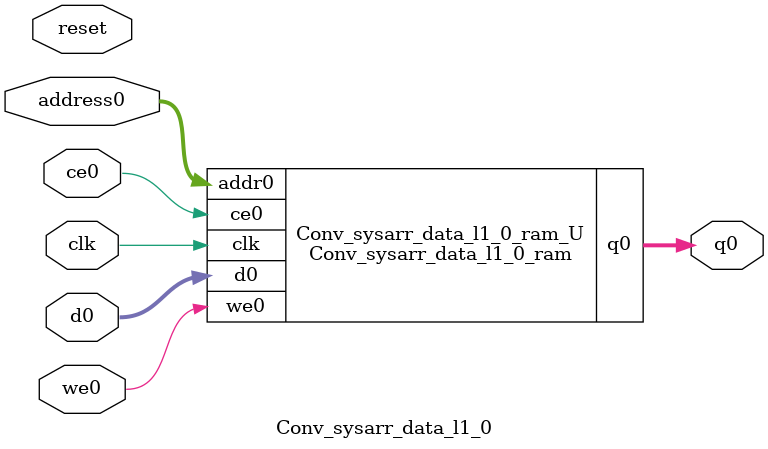
<source format=v>
`timescale 1 ns / 1 ps
module Conv_sysarr_data_l1_0_ram (addr0, ce0, d0, we0, q0,  clk);

parameter DWIDTH = 8;
parameter AWIDTH = 8;
parameter MEM_SIZE = 200;

input[AWIDTH-1:0] addr0;
input ce0;
input[DWIDTH-1:0] d0;
input we0;
output reg[DWIDTH-1:0] q0;
input clk;

(* ram_style = "block" *)reg [DWIDTH-1:0] ram[0:MEM_SIZE-1];




always @(posedge clk)  
begin 
    if (ce0) begin
        if (we0) 
            ram[addr0] <= d0; 
        q0 <= ram[addr0];
    end
end


endmodule

`timescale 1 ns / 1 ps
module Conv_sysarr_data_l1_0(
    reset,
    clk,
    address0,
    ce0,
    we0,
    d0,
    q0);

parameter DataWidth = 32'd8;
parameter AddressRange = 32'd200;
parameter AddressWidth = 32'd8;
input reset;
input clk;
input[AddressWidth - 1:0] address0;
input ce0;
input we0;
input[DataWidth - 1:0] d0;
output[DataWidth - 1:0] q0;



Conv_sysarr_data_l1_0_ram Conv_sysarr_data_l1_0_ram_U(
    .clk( clk ),
    .addr0( address0 ),
    .ce0( ce0 ),
    .we0( we0 ),
    .d0( d0 ),
    .q0( q0 ));

endmodule


</source>
